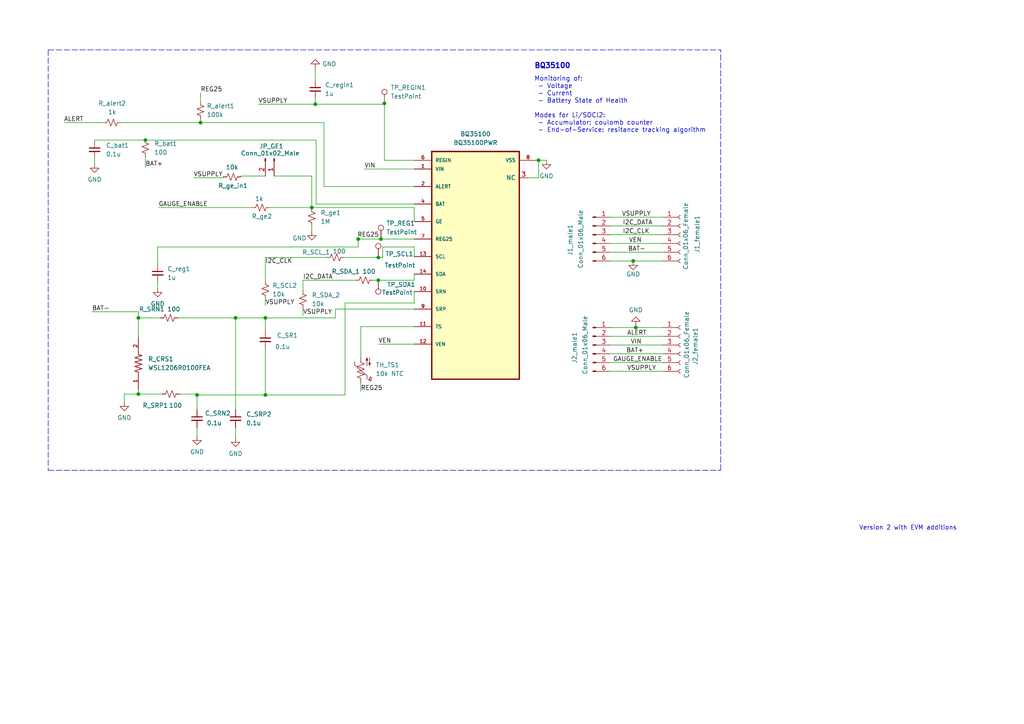
<source format=kicad_sch>
(kicad_sch (version 20211123) (generator eeschema)
  (paper "A4")
  (lib_symbols
    (symbol "BQ35100PWR:BQ35100PWR" (pin_names (offset 1.016))
      (property "Reference" "U1" (at 0 37.846 0))
      (property "Value" "BQ35100PWR" (at 0 35.306 0))
      (symbol "BQ35100PWR_0_0"
        (rectangle (start -12.7 -33.02) (end 12.7 33.02) (stroke (width 0.41)) (fill (type background)))
        (pin input line (at -17.78 27.94 0) (length 5.08) (name "VIN") (number "1"))
        (pin bidirectional line (at -17.78 -7.62 0) (length 5.08) (name "SRN") (number "10"))
        (pin bidirectional line (at -17.78 -17.78 0) (length 5.08) (name "TS") (number "11"))
        (pin bidirectional line (at -17.78 -22.86 0) (length 5.08) (name "VEN") (number "12"))
        (pin bidirectional line (at -17.78 2.54 0) (length 5.08) (name "SCL") (number "13"))
        (pin bidirectional line (at -17.78 -2.54 0) (length 5.08) (name "SDA") (number "14"))
        (pin bidirectional line (at -17.78 22.86 0) (length 5.08) (name "ALERT") (number "2"))
        (pin bidirectional line (at 15.24 25.4 180) (length 2.54) (name "NC") (number "3"))
        (pin bidirectional line (at -17.78 17.78 0) (length 5.08) (name "BAT") (number "4"))
        (pin bidirectional line (at -17.78 12.7 0) (length 5.08) (name "GE") (number "5"))
        (pin input line (at -17.78 30.48 0) (length 5.08) (name "REGIN") (number "6"))
        (pin bidirectional line (at -17.78 7.62 0) (length 5.08) (name "REG25") (number "7"))
        (pin output line (at 17.78 30.48 180) (length 5.08) (name "VSS") (number "8"))
        (pin bidirectional line (at -17.78 -12.7 0) (length 5.08) (name "SRP") (number "9"))
      )
    )
    (symbol "Connector:Conn_01x02_Male" (pin_names (offset 1.016) hide)
      (property "Reference" "J" (at 0 2.54 0))
      (property "Value" "Conn_01x02_Male" (at 0 -5.08 0))
      (symbol "Conn_01x02_Male_1_1"
        (polyline (pts (xy 1.27 -2.54) (xy 0.8636 -2.54)) (stroke (width 0.1524)))
        (polyline (pts (xy 1.27 0) (xy 0.8636 0)) (stroke (width 0.1524)))
        (rectangle (start 0.8636 -2.413) (end 0 -2.667) (stroke (width 0.1524)) (fill (type outline)))
        (rectangle (start 0.8636 0.127) (end 0 -0.127) (stroke (width 0.1524)) (fill (type outline)))
        (pin passive line (at 5.08 0 180) (length 3.81) (name "Pin_1") (number "1"))
        (pin passive line (at 5.08 -2.54 180) (length 3.81) (name "Pin_2") (number "2"))
      )
    )
    (symbol "Connector:Conn_01x06_Female" (pin_names (offset 1.016) hide)
      (property "Reference" "J" (at 0 7.62 0))
      (property "Value" "Conn_01x06_Female" (at 0 -10.16 0))
      (symbol "Conn_01x06_Female_1_1"
        (arc (start 0 -7.112) (mid -0.508 -7.62) (end 0 -8.128) (stroke (width 0.1524)))
        (arc (start 0 -4.572) (mid -0.508 -5.08) (end 0 -5.588) (stroke (width 0.1524)))
        (arc (start 0 -2.032) (mid -0.508 -2.54) (end 0 -3.048) (stroke (width 0.1524)))
        (polyline (pts (xy -1.27 -7.62) (xy -0.508 -7.62)) (stroke (width 0.1524)))
        (polyline (pts (xy -1.27 -5.08) (xy -0.508 -5.08)) (stroke (width 0.1524)))
        (polyline (pts (xy -1.27 -2.54) (xy -0.508 -2.54)) (stroke (width 0.1524)))
        (polyline (pts (xy -1.27 0) (xy -0.508 0)) (stroke (width 0.1524)))
        (polyline (pts (xy -1.27 2.54) (xy -0.508 2.54)) (stroke (width 0.1524)))
        (polyline (pts (xy -1.27 5.08) (xy -0.508 5.08)) (stroke (width 0.1524)))
        (arc (start 0 0.508) (mid -0.508 0) (end 0 -0.508) (stroke (width 0.1524)))
        (arc (start 0 3.048) (mid -0.508 2.54) (end 0 2.032) (stroke (width 0.1524)))
        (arc (start 0 5.588) (mid -0.508 5.08) (end 0 4.572) (stroke (width 0.1524)))
        (pin passive line (at -5.08 5.08 0) (length 3.81) (name "Pin_1") (number "1"))
        (pin passive line (at -5.08 2.54 0) (length 3.81) (name "Pin_2") (number "2"))
        (pin passive line (at -5.08 0 0) (length 3.81) (name "Pin_3") (number "3"))
        (pin passive line (at -5.08 -2.54 0) (length 3.81) (name "Pin_4") (number "4"))
        (pin passive line (at -5.08 -5.08 0) (length 3.81) (name "Pin_5") (number "5"))
        (pin passive line (at -5.08 -7.62 0) (length 3.81) (name "Pin_6") (number "6"))
      )
    )
    (symbol "Connector:Conn_01x06_Male" (pin_names (offset 1.016) hide)
      (property "Reference" "J" (at 0 7.62 0))
      (property "Value" "Conn_01x06_Male" (at 0 -10.16 0))
      (symbol "Conn_01x06_Male_1_1"
        (polyline (pts (xy 1.27 -7.62) (xy 0.8636 -7.62)) (stroke (width 0.1524)))
        (polyline (pts (xy 1.27 -5.08) (xy 0.8636 -5.08)) (stroke (width 0.1524)))
        (polyline (pts (xy 1.27 -2.54) (xy 0.8636 -2.54)) (stroke (width 0.1524)))
        (polyline (pts (xy 1.27 0) (xy 0.8636 0)) (stroke (width 0.1524)))
        (polyline (pts (xy 1.27 2.54) (xy 0.8636 2.54)) (stroke (width 0.1524)))
        (polyline (pts (xy 1.27 5.08) (xy 0.8636 5.08)) (stroke (width 0.1524)))
        (rectangle (start 0.8636 -7.493) (end 0 -7.747) (stroke (width 0.1524)) (fill (type outline)))
        (rectangle (start 0.8636 -4.953) (end 0 -5.207) (stroke (width 0.1524)) (fill (type outline)))
        (rectangle (start 0.8636 -2.413) (end 0 -2.667) (stroke (width 0.1524)) (fill (type outline)))
        (rectangle (start 0.8636 0.127) (end 0 -0.127) (stroke (width 0.1524)) (fill (type outline)))
        (rectangle (start 0.8636 2.667) (end 0 2.413) (stroke (width 0.1524)) (fill (type outline)))
        (rectangle (start 0.8636 5.207) (end 0 4.953) (stroke (width 0.1524)) (fill (type outline)))
        (pin passive line (at 5.08 5.08 180) (length 3.81) (name "Pin_1") (number "1"))
        (pin passive line (at 5.08 2.54 180) (length 3.81) (name "Pin_2") (number "2"))
        (pin passive line (at 5.08 0 180) (length 3.81) (name "Pin_3") (number "3"))
        (pin passive line (at 5.08 -2.54 180) (length 3.81) (name "Pin_4") (number "4"))
        (pin passive line (at 5.08 -5.08 180) (length 3.81) (name "Pin_5") (number "5"))
        (pin passive line (at 5.08 -7.62 180) (length 3.81) (name "Pin_6") (number "6"))
      )
    )
    (symbol "Connector:TestPoint" (pin_numbers hide) (pin_names (offset 0.762) hide)
      (property "Reference" "TP" (at 0 6.858 0))
      (property "Value" "TestPoint" (at 0 5.08 0))
      (symbol "TestPoint_0_1"
        (circle (center 0 3.302) (radius 0.762))
      )
      (symbol "TestPoint_1_1"
        (pin passive line (at 0 0 90) (length 2.54) (name "1") (number "1"))
      )
    )
    (symbol "Device:C_Small" (pin_numbers hide) (pin_names (offset 0.254) hide)
      (property "Reference" "C" (at 0.254 1.778 0))
      (property "Value" "C_Small" (at 0.254 -2.032 0))
      (symbol "C_Small_0_1"
        (polyline (pts (xy -1.524 -0.508) (xy 1.524 -0.508)) (stroke (width 0.3302)))
        (polyline (pts (xy -1.524 0.508) (xy 1.524 0.508)) (stroke (width 0.3048)))
      )
      (symbol "C_Small_1_1"
        (pin passive line (at 0 2.54 270) (length 2.032) (name "~") (number "1"))
        (pin passive line (at 0 -2.54 90) (length 2.032) (name "~") (number "2"))
      )
    )
    (symbol "Device:R_Small_US" (pin_numbers hide) (pin_names (offset 0.254) hide)
      (property "Reference" "R" (at 0.762 0.508 0))
      (property "Value" "R_Small_US" (at 0.762 -1.016 0))
      (symbol "R_Small_US_1_1"
        (polyline (pts (xy 0 0) (xy 1.016 -0.381) (xy 0 -0.762) (xy -1.016 -1.143) (xy 0 -1.524)))
        (polyline (pts (xy 0 1.524) (xy 1.016 1.143) (xy 0 0.762) (xy -1.016 0.381) (xy 0 0)))
        (pin passive line (at 0 2.54 270) (length 1.016) (name "~") (number "1"))
        (pin passive line (at 0 -2.54 90) (length 1.016) (name "~") (number "2"))
      )
    )
    (symbol "Device:Thermistor_NTC_US" (pin_numbers hide) (pin_names (offset 0))
      (property "Reference" "TH" (at -4.445 0 90))
      (property "Value" "Thermistor_NTC_US" (at 3.175 0 90))
      (symbol "Thermistor_NTC_US_0_1"
        (arc (start -3.048 2.159) (mid -3.0495 2.3143) (end -3.175 2.413))
        (arc (start -3.048 2.159) (mid -2.9736 1.9794) (end -2.794 1.905))
        (arc (start -3.048 2.794) (mid -2.9736 2.6144) (end -2.794 2.54))
        (arc (start -2.794 1.905) (mid -2.6144 1.9794) (end -2.54 2.159))
        (arc (start -2.794 2.54) (mid -2.4393 2.5587) (end -2.159 2.794))
        (arc (start -2.794 3.048) (mid -2.9736 2.9736) (end -3.048 2.794))
        (arc (start -2.54 2.794) (mid -2.6144 2.9736) (end -2.794 3.048))
        (polyline (pts (xy -2.54 2.159) (xy -2.54 2.794)))
        (polyline (pts (xy 0 -2.286) (xy 0 -2.54)))
        (polyline (pts (xy 0 2.286) (xy 0 2.54)))
        (polyline (pts (xy -1.778 2.54) (xy -1.778 1.524) (xy 1.778 -1.524) (xy 1.778 -2.54)))
        (polyline (pts (xy 0 -0.762) (xy 1.016 -1.143) (xy 0 -1.524) (xy -1.016 -1.905) (xy 0 -2.286)))
        (polyline (pts (xy 0 0.762) (xy 1.016 0.381) (xy 0 0) (xy -1.016 -0.381) (xy 0 -0.762)))
        (polyline (pts (xy 0 2.286) (xy 1.016 1.905) (xy 0 1.524) (xy -1.016 1.143) (xy 0 0.762)))
        (polyline (pts (xy -2.54 -3.683) (xy -2.54 -1.397) (xy -2.794 -2.159) (xy -2.286 -2.159) (xy -2.54 -1.397) (xy -2.54 -1.651)) (fill (type outline)))
        (polyline (pts (xy -1.778 -1.397) (xy -1.778 -3.683) (xy -2.032 -2.921) (xy -1.524 -2.921) (xy -1.778 -3.683) (xy -1.778 -3.429)) (fill (type outline)))
      )
      (symbol "Thermistor_NTC_US_1_1"
        (pin passive line (at 0 3.81 270) (length 1.27) (name "~") (number "1"))
        (pin passive line (at 0 -3.81 90) (length 1.27) (name "~") (number "2"))
      )
    )
    (symbol "WSL1206R0100FEA:WSL1206R0100FEA" (pin_names (offset 1.016))
      (property "Reference" "R" (at -3.81 1.4986 0))
      (property "Value" "WSL1206R0100FEA" (at -3.81 -3.302 0))
      (symbol "WSL1206R0100FEA_0_0"
        (polyline (pts (xy -2.54 0) (xy -2.159 1.016)) (stroke (width 0.2032)))
        (polyline (pts (xy -2.159 1.016) (xy -1.524 -1.016)) (stroke (width 0.2032)))
        (polyline (pts (xy -1.524 -1.016) (xy -0.889 1.016)) (stroke (width 0.2032)))
        (polyline (pts (xy -0.889 1.016) (xy -0.254 -1.016)) (stroke (width 0.2032)))
        (polyline (pts (xy -0.254 -1.016) (xy 0.381 1.016)) (stroke (width 0.2032)))
        (polyline (pts (xy 0.381 1.016) (xy 1.016 -1.016)) (stroke (width 0.2032)))
        (polyline (pts (xy 1.016 -1.016) (xy 1.651 1.016)) (stroke (width 0.2032)))
        (polyline (pts (xy 1.651 1.016) (xy 2.286 -1.016)) (stroke (width 0.2032)))
        (polyline (pts (xy 2.286 -1.016) (xy 2.54 0)) (stroke (width 0.2032)))
        (pin passive line (at -7.62 0 0) (length 5.08) (name "~") (number "1"))
        (pin passive line (at 7.62 0 180) (length 5.08) (name "~") (number "2"))
      )
    )
    (symbol "power:GND" (power) (pin_names (offset 0))
      (property "Value" "GND" (at 0 -3.81 0))
      (symbol "GND_0_1"
        (polyline (pts (xy 0 0) (xy 0 -1.27) (xy 1.27 -1.27) (xy 0 -2.54) (xy -1.27 -1.27) (xy 0 -1.27)))
      )
      (symbol "GND_1_1"
        (pin power_in line (at 0 0 270) (length 0) hide (name "GND") (number "1"))
      )
    )
  )
  (junction (at 42.164 40.64))
  (junction (at 184.404 94.996))
  (junction (at 109.728 74.676))
  (junction (at 58.166 35.56))
  (junction (at 156.21 46.482))
  (junction (at 103.886 69.342))
  (junction (at 91.44 30.226))
  (junction (at 183.642 75.692))
  (junction (at 109.728 81.28))
  (junction (at 90.424 60.198))
  (junction (at 111.506 29.972))
  (junction (at 57.15 114.554))
  (junction (at 40.132 92.202))
  (junction (at 40.132 114.3))
  (junction (at 76.962 114.554))
  (junction (at 76.962 92.202))
  (junction (at 68.326 92.202))
  (junction (at 110.49 69.342))
  (wire (pts (xy 109.728 74.676) (xy 99.822 74.676)))
  (wire (pts (xy 78.232 60.198) (xy 90.424 60.198)))
  (wire (pts (xy 40.132 90.424) (xy 40.132 92.202)))
  (wire (pts (xy 68.326 92.202) (xy 68.326 118.872)))
  (wire (pts (xy 177.038 65.532) (xy 192.278 65.532)))
  (wire (pts (xy 45.974 60.198) (xy 73.152 60.198)))
  (wire (pts (xy 76.962 92.202) (xy 76.962 96.012)))
  (wire (pts (xy 177.038 75.692) (xy 183.642 75.692)))
  (wire (pts (xy 76.962 51.054) (xy 69.85 51.054)))
  (wire (pts (xy 100.076 87.884) (xy 100.076 114.554)))
  (wire (pts (xy 40.132 92.202) (xy 46.482 92.202)))
  (wire (pts (xy 104.648 111.252) (xy 104.648 113.538)))
  (wire (pts (xy 155.702 46.482) (xy 156.21 46.482)))
  (wire (pts (xy 177.038 73.152) (xy 192.278 73.152)))
  (wire (pts (xy 94.742 74.676) (xy 76.962 74.676)))
  (wire (pts (xy 36.068 116.586) (xy 36.068 114.3)))
  (wire (pts (xy 45.72 81.788) (xy 45.72 83.566)))
  (wire (pts (xy 120.142 54.102) (xy 93.98 54.102)))
  (wire (pts (xy 64.77 51.562) (xy 64.77 51.308)))
  (wire (pts (xy 111.252 30.226) (xy 111.506 29.972)))
  (wire (pts (xy 120.142 79.502) (xy 120.142 81.28)))
  (polyline (pts (xy 13.97 14.478) (xy 13.97 136.398)))
  (wire (pts (xy 51.562 92.202) (xy 68.326 92.202)))
  (wire (pts (xy 87.884 81.28) (xy 103.124 81.28)))
  (wire (pts (xy 105.664 49.022) (xy 120.142 49.022)))
  (wire (pts (xy 93.98 54.102) (xy 93.98 35.56)))
  (wire (pts (xy 91.44 19.812) (xy 91.44 23.368)))
  (wire (pts (xy 76.962 114.554) (xy 100.076 114.554)))
  (wire (pts (xy 58.166 34.544) (xy 58.166 35.56)))
  (wire (pts (xy 97.282 92.202) (xy 97.282 89.662)))
  (wire (pts (xy 177.038 100.076) (xy 192.278 100.076)))
  (wire (pts (xy 183.642 75.692) (xy 192.278 75.692)))
  (wire (pts (xy 91.44 30.226) (xy 111.252 30.226)))
  (wire (pts (xy 110.49 69.342) (xy 120.142 69.342)))
  (wire (pts (xy 184.404 94.488) (xy 184.404 94.996)))
  (wire (pts (xy 156.21 51.562) (xy 156.21 46.482)))
  (wire (pts (xy 79.502 51.054) (xy 90.424 51.054)))
  (wire (pts (xy 104.648 94.742) (xy 120.142 94.742)))
  (wire (pts (xy 56.134 51.562) (xy 64.77 51.562)))
  (wire (pts (xy 76.962 74.676) (xy 76.962 81.534)))
  (wire (pts (xy 120.142 46.482) (xy 111.506 46.482)))
  (wire (pts (xy 177.038 105.156) (xy 192.278 105.156)))
  (wire (pts (xy 45.72 71.628) (xy 103.886 71.628)))
  (wire (pts (xy 40.132 114.3) (xy 46.99 114.3)))
  (wire (pts (xy 68.326 92.202) (xy 76.962 92.202)))
  (wire (pts (xy 153.162 51.562) (xy 156.21 51.562)))
  (polyline (pts (xy 13.97 14.478) (xy 209.042 14.478)))
  (wire (pts (xy 57.15 114.554) (xy 57.15 114.3)))
  (wire (pts (xy 103.886 69.088) (xy 103.632 69.088)))
  (wire (pts (xy 90.424 51.054) (xy 90.424 60.198)))
  (wire (pts (xy 76.962 101.092) (xy 76.962 114.554)))
  (wire (pts (xy 27.432 40.64) (xy 42.164 40.64)))
  (wire (pts (xy 110.998 74.676) (xy 110.998 71.628)))
  (wire (pts (xy 120.142 87.884) (xy 120.142 84.582)))
  (wire (pts (xy 87.884 81.28) (xy 87.884 84.328)))
  (wire (pts (xy 120.142 59.182) (xy 91.694 59.182)))
  (wire (pts (xy 91.44 28.448) (xy 91.44 30.226)))
  (wire (pts (xy 91.694 40.64) (xy 91.694 59.182)))
  (wire (pts (xy 35.052 35.56) (xy 58.166 35.56)))
  (wire (pts (xy 93.98 35.56) (xy 58.166 35.56)))
  (wire (pts (xy 177.038 102.616) (xy 192.278 102.616)))
  (wire (pts (xy 36.068 114.3) (xy 40.132 114.3)))
  (wire (pts (xy 57.15 114.554) (xy 76.962 114.554)))
  (wire (pts (xy 26.67 90.424) (xy 40.132 90.424)))
  (wire (pts (xy 110.998 74.676) (xy 109.728 74.676)))
  (wire (pts (xy 103.886 69.342) (xy 110.49 69.342)))
  (wire (pts (xy 103.886 69.342) (xy 103.886 71.628)))
  (polyline (pts (xy 209.042 136.398) (xy 209.042 14.478)))
  (wire (pts (xy 156.21 46.482) (xy 158.496 46.482)))
  (wire (pts (xy 45.72 71.628) (xy 45.72 76.708)))
  (wire (pts (xy 58.166 26.924) (xy 58.166 29.464)))
  (wire (pts (xy 57.15 123.952) (xy 57.15 126.492)))
  (wire (pts (xy 120.142 87.884) (xy 100.076 87.884)))
  (wire (pts (xy 177.038 97.536) (xy 192.278 97.536)))
  (wire (pts (xy 27.432 45.974) (xy 27.432 47.498)))
  (wire (pts (xy 57.15 114.554) (xy 57.15 118.872)))
  (wire (pts (xy 90.424 65.532) (xy 90.424 67.056)))
  (wire (pts (xy 177.038 70.612) (xy 192.278 70.612)))
  (wire (pts (xy 177.038 68.072) (xy 192.278 68.072)))
  (wire (pts (xy 108.204 81.28) (xy 109.728 81.28)))
  (wire (pts (xy 42.164 45.466) (xy 42.164 48.514)))
  (wire (pts (xy 42.164 40.64) (xy 42.164 40.386)))
  (wire (pts (xy 76.962 92.202) (xy 97.282 92.202)))
  (wire (pts (xy 97.282 89.662) (xy 120.142 89.662)))
  (polyline (pts (xy 13.97 136.398) (xy 209.042 136.398)))
  (wire (pts (xy 184.404 94.996) (xy 192.278 94.996)))
  (wire (pts (xy 110.998 71.628) (xy 120.142 71.628)))
  (wire (pts (xy 90.424 60.198) (xy 90.424 60.452)))
  (wire (pts (xy 87.884 89.408) (xy 87.884 91.44)))
  (wire (pts (xy 111.506 46.482) (xy 111.506 29.972)))
  (wire (pts (xy 74.93 30.226) (xy 91.44 30.226)))
  (wire (pts (xy 40.132 113.03) (xy 40.132 114.3)))
  (wire (pts (xy 120.142 60.198) (xy 90.424 60.198)))
  (wire (pts (xy 177.038 94.996) (xy 184.404 94.996)))
  (wire (pts (xy 177.038 107.696) (xy 192.278 107.696)))
  (wire (pts (xy 40.132 92.202) (xy 40.132 97.79)))
  (wire (pts (xy 69.85 51.054) (xy 69.85 51.308)))
  (wire (pts (xy 18.542 35.56) (xy 29.972 35.56)))
  (wire (pts (xy 109.728 99.822) (xy 120.142 99.822)))
  (wire (pts (xy 104.648 103.632) (xy 104.648 94.742)))
  (wire (pts (xy 103.886 69.342) (xy 103.886 69.088)))
  (wire (pts (xy 177.038 62.992) (xy 192.278 62.992)))
  (wire (pts (xy 91.694 40.64) (xy 42.164 40.64)))
  (wire (pts (xy 109.728 81.28) (xy 120.142 81.28)))
  (wire (pts (xy 27.432 40.64) (xy 27.432 40.894)))
  (wire (pts (xy 120.142 71.628) (xy 120.142 74.422)))
  (wire (pts (xy 120.142 60.198) (xy 120.142 64.262)))
  (wire (pts (xy 57.15 114.3) (xy 52.07 114.3)))
  (wire (pts (xy 76.962 86.614) (xy 76.962 88.646)))
  (wire (pts (xy 68.326 123.952) (xy 68.326 127)))
  (text "BQ35100 " (at 154.94 20.066 0) (effects (font (size 1.5 1.5) (thickness 0.3) bold) (justify left bottom)))
  (text "Version 2 with EVM additions\n" (at 249.174 153.924 0) (effects (font (size 1.27 1.27)) (justify left bottom)))
  (text "Monitoring of:\n - Voltage\n - Current\n - Battery State of Health\n\nModes for Li/SOCl2:\n - Accumulator: coulomb counter \n - End-of-Service: resitance tracking algorithm" (at 154.94 38.608 0) (effects (font (size 1.32 1.32)) (justify left bottom)))
  (label "VEN" (at 109.728 99.822 0))
  (label "VSUPPLY" (at 181.864 107.696 0))
  (label "VSUPPLY" (at 74.93 30.226 0))
  (label "I2C_DATA" (at 87.884 81.28 0))
  (label "REG25" (at 58.166 26.924 0))
  (label "VSUPPLY" (at 180.34 62.992 0))
  (label "VIN" (at 105.664 49.022 0))
  (label "I2C_CLK" (at 76.962 76.708 0))
  (label "I2C_CLK" (at 180.594 68.072 0))
  (label "ALERT" (at 181.864 97.536 0))
  (label "BAT-" (at 182.118 73.152 0))
  (label "BAT+" (at 181.61 102.616 0))
  (label "VEN" (at 182.372 70.612 0))
  (label "BAT-" (at 26.67 90.424 0))
  (label "VSUPPLY" (at 56.134 51.562 0))
  (label "I2C_DATA" (at 180.594 65.532 0))
  (label "VIN" (at 182.88 100.076 0))
  (label "ALERT" (at 18.542 35.56 0))
  (label "GAUGE_ENABLE" (at 45.974 60.198 0))
  (label "REG25" (at 104.648 113.538 0))
  (label "VSUPPLY" (at 76.962 88.646 0))
  (label "VSUPPLY" (at 87.884 91.44 0))
  (label "BAT+" (at 42.164 48.514 0))
  (label "GAUGE_ENABLE" (at 177.8 105.156 0))
  (label "REG25" (at 103.632 69.088 0))
  (symbol (lib_id "Device:R_Small_US") (at 75.692 60.198 90) (unit 1)
    (property "Reference" "R_ge2" (at 75.946 62.738 90))
    (property "Value" "1k" (at 75.184 57.658 90))
    (property "Footprint" "Resistor_SMD:R_1206_3216Metric" (effects hide))
  )
  (symbol (lib_id "Device:R_Small_US") (at 42.164 42.926 0) (unit 1)
    (property "Reference" "R_bat1" (at 44.704 41.6559 0) (effects (justify left)))
    (property "Value" "100" (at 44.704 44.1959 0) (effects (justify left)))
    (property "Footprint" "Resistor_SMD:R_0805_2012Metric" (effects hide))
  )
  (symbol (lib_id "Device:R_Small_US") (at 97.282 74.676 90) (unit 1)
    (property "Reference" "R_SCL_1" (at 95.758 73.152 90) (effects (justify left)))
    (property "Value" "100" (at 100.33 72.898 90) (effects (justify left)))
    (property "Footprint" "Resistor_SMD:R_0805_2012Metric" (effects hide))
  )
  (symbol (lib_id "WSL1206R0100FEA:WSL1206R0100FEA") (at 40.132 105.41 90) (unit 1)
    (property "Reference" "R_CRS1" (at 42.926 104.1399 90) (effects (justify right)))
    (property "Value" "WSL1206R0100FEA" (at 42.926 106.6799 90) (effects (justify right)))
    (property "Footprint" "WSL1206R0100FEA footprint:RESC3216X90" (effects hide))
    (property "MF" "Vishay Dale" (effects hide))
    (property "Description" "\n                        \n                            Resistor;Metal Film;Res 0.01 Ohms;Pwr-Rtg 0.25 W;Tol 1%;SMT;1206 | Vishay Dale WSL1206R0100FEA\n                        \n" (effects hide))
    (property "Package" "1206 Vishay" (effects hide))
    (property "Price" "None" (effects hide))
    (property "SnapEDA_Link" "https://www.snapeda.com/parts/WSL1206R0100FEA/Vishay+Dale/view-part/?ref=snap" (effects hide))
    (property "MP" "WSL1206R0100FEA" (effects hide))
    (property "Availability" "In Stock" (effects hide))
    (property "Check_prices" "https://www.snapeda.com/parts/WSL1206R0100FEA/Vishay+Dale/view-part/?ref=eda" (effects hide))
  )
  (symbol (lib_id "Connector:TestPoint") (at 109.728 81.28 180) (unit 1)
    (property "Reference" "TP_SDA1" (at 112.268 82.55 0) (effects (justify right)))
    (property "Value" "TestPoint" (at 110.744 84.836 0) (effects (justify right)))
    (property "Footprint" "TestPoint:TestPoint_Pad_D2.0mm" (effects hide))
  )
  (symbol (lib_id "power:GND") (at 90.424 67.056 0) (unit 1)
    (property "Reference" "#PWR0101" (effects hide))
    (property "Value" "GND" (at 86.868 69.088 0))
  )
  (symbol (lib_id "Device:C_Small") (at 27.432 43.434 0) (unit 1)
    (property "Reference" "C_bat1" (at 30.734 42.1702 0) (effects (justify left)))
    (property "Value" "0.1u" (at 30.734 44.7102 0) (effects (justify left)))
    (property "Footprint" "Capacitor_SMD:C_0402_1005Metric" (effects hide))
  )
  (symbol (lib_id "Device:R_Small_US") (at 90.424 62.992 0) (unit 1)
    (property "Reference" "R_ge1" (at 92.964 61.7219 0) (effects (justify left)))
    (property "Value" "1M" (at 92.964 64.2619 0) (effects (justify left)))
    (property "Footprint" "Resistor_SMD:R_1206_3216Metric" (effects hide))
  )
  (symbol (lib_id "Connector:TestPoint") (at 109.728 74.676 0) (unit 1)
    (property "Reference" "TP_SCL1" (at 111.76 73.66 0) (effects (justify left)))
    (property "Value" "TestPoint" (at 111.506 76.962 0) (effects (justify left)))
    (property "Footprint" "TestPoint:TestPoint_Pad_D2.0mm" (effects hide))
  )
  (symbol (lib_id "Device:R_Small_US") (at 49.53 114.3 90) (unit 1)
    (property "Reference" "R_SRP1" (at 48.768 117.602 90) (effects (justify left)))
    (property "Value" "100" (at 52.832 117.602 90) (effects (justify left)))
    (property "Footprint" "Resistor_SMD:R_0805_2012Metric" (effects hide))
  )
  (symbol (lib_id "Device:R_Small_US") (at 76.962 84.074 0) (unit 1)
    (property "Reference" "R_SCL2" (at 78.994 82.8039 0) (effects (justify left)))
    (property "Value" "10k" (at 78.994 85.3439 0) (effects (justify left)))
    (property "Footprint" "Resistor_SMD:R_0805_2012Metric" (effects hide))
  )
  (symbol (lib_id "Connector:Conn_01x02_Male") (at 79.502 45.974 270) (unit 1)
    (property "Reference" "JP_GE1" (at 75.184 42.418 90) (effects (justify left)))
    (property "Value" "Conn_01x02_Male" (at 69.85 44.45 90) (effects (justify left)))
    (property "Footprint" "Connector_PinHeader_2.54mm:PinHeader_1x02_P2.54mm_Vertical" (effects hide))
  )
  (symbol (lib_id "Device:R_Small_US") (at 87.884 86.868 0) (unit 1)
    (property "Reference" "R_SDA_2" (at 90.424 85.5979 0) (effects (justify left)))
    (property "Value" "10k" (at 90.424 88.1379 0) (effects (justify left)))
    (property "Footprint" "Resistor_SMD:R_0805_2012Metric" (effects hide))
  )
  (symbol (lib_id "power:GND") (at 68.326 127 0) (unit 1)
    (property "Reference" "#PWR0106" (effects hide))
    (property "Value" "GND" (at 68.326 131.572 0))
  )
  (symbol (lib_id "power:GND") (at 27.432 47.498 0) (unit 1)
    (property "Reference" "#PWR0103" (effects hide))
    (property "Value" "GND" (at 27.432 52.07 0))
  )
  (symbol (lib_id "BQ35100PWR:BQ35100PWR") (at 137.922 76.962 0) (unit 1)
    (property "Reference" "BQ35100" (at 137.922 38.862 0))
    (property "Value" "BQ35100PWR" (at 137.922 41.402 0))
    (property "Footprint" "BQ35100PWR_footprint:SOP65P640X120-14N" (effects hide))
    (property "DigiKey_Part_Number" "296-47251-1-ND" (effects hide))
    (property "SnapEDA_Link" "https://www.snapeda.com/parts/BQ35100PWR/Texas+Instruments/view-part/?ref=snap" (effects hide))
    (property "Description" "\n                        \n                            Battery fuel gauge for non-rechargeable batteries (lithium primary) and end-of-service monitor\n                        \n" (effects hide))
    (property "MF" "Texas Instruments" (effects hide))
    (property "Package" "TSSOP-14 Texas Instruments" (effects hide))
    (property "Check_prices" "https://www.snapeda.com/parts/BQ35100PWR/Texas+Instruments/view-part/?ref=eda" (effects hide))
    (property "MP" "BQ35100PWR" (effects hide))
  )
  (symbol (lib_id "power:GND") (at 184.404 94.488 180) (unit 1)
    (property "Reference" "#PWR0104" (effects hide))
    (property "Value" "GND" (at 184.404 89.916 0))
  )
  (symbol (lib_id "power:GND") (at 45.72 83.566 0) (unit 1)
    (property "Reference" "#PWR0108" (effects hide))
    (property "Value" "GND" (at 45.72 88.138 0))
  )
  (symbol (lib_id "power:GND") (at 183.642 75.692 0) (unit 1)
    (property "Reference" "#PWR0110" (effects hide))
    (property "Value" "GND" (at 183.642 79.502 0))
  )
  (symbol (lib_id "Device:Thermistor_NTC_US") (at 104.648 107.442 180) (unit 1)
    (property "Reference" "TH_TS1" (at 108.966 105.8544 0) (effects (justify right)))
    (property "Value" "10k NTC" (at 108.966 108.3944 0) (effects (justify right)))
    (property "Footprint" "Capacitor_THT:C_Disc_D5.0mm_W2.5mm_P2.50mm" (effects hide))
  )
  (symbol (lib_id "power:GND") (at 57.15 126.492 0) (unit 1)
    (property "Reference" "#PWR0105" (effects hide))
    (property "Value" "GND" (at 57.15 131.064 0))
  )
  (symbol (lib_id "Connector:Conn_01x06_Male") (at 171.958 68.072 0) (unit 1)
    (property "Reference" "J1_male1" (at 165.354 69.596 90))
    (property "Value" "Conn_01x06_Male" (at 168.402 69.342 90))
    (property "Footprint" "Connector_PinHeader_2.54mm:PinHeader_1x06_P2.54mm_Vertical" (effects hide))
  )
  (symbol (lib_id "Device:C_Small") (at 57.15 121.412 0) (unit 1)
    (property "Reference" "C_SRN2" (at 59.436 119.888 0) (effects (justify left)))
    (property "Value" "0.1u" (at 59.944 122.6882 0) (effects (justify left)))
    (property "Footprint" "Capacitor_SMD:C_0402_1005Metric" (effects hide))
  )
  (symbol (lib_id "Device:C_Small") (at 76.962 98.552 0) (unit 1)
    (property "Reference" "C_SR1" (at 80.264 97.2882 0) (effects (justify left)))
    (property "Value" "0.1u" (at 79.756 100.584 0) (effects (justify left)))
    (property "Footprint" "Capacitor_SMD:C_0402_1005Metric" (effects hide))
  )
  (symbol (lib_id "Device:C_Small") (at 45.72 79.248 0) (unit 1)
    (property "Reference" "C_reg1" (at 48.514 77.9842 0) (effects (justify left)))
    (property "Value" "1u" (at 48.514 80.5242 0) (effects (justify left)))
    (property "Footprint" "Capacitor_SMD:C_0603_1608Metric" (effects hide))
  )
  (symbol (lib_id "Connector:TestPoint") (at 111.506 29.972 0) (unit 1)
    (property "Reference" "TP_REGIN1" (at 113.284 25.3999 0) (effects (justify left)))
    (property "Value" "TestPoint" (at 113.284 27.9399 0) (effects (justify left)))
    (property "Footprint" "TestPoint:TestPoint_Pad_D2.0mm" (effects hide))
  )
  (symbol (lib_id "Connector:Conn_01x06_Male") (at 171.958 100.076 0) (unit 1)
    (property "Reference" "J2_male1" (at 166.624 100.838 90))
    (property "Value" "Conn_01x06_Male" (at 169.672 100.076 90))
    (property "Footprint" "Connector_PinHeader_2.54mm:PinHeader_1x06_P2.54mm_Vertical" (effects hide))
  )
  (symbol (lib_id "Device:R_Small_US") (at 105.664 81.28 90) (unit 1)
    (property "Reference" "R_SDA_1" (at 104.3939 78.74 90) (effects (justify left)))
    (property "Value" "100" (at 108.966 78.74 90) (effects (justify left)))
    (property "Footprint" "Resistor_SMD:R_0805_2012Metric" (effects hide))
  )
  (symbol (lib_id "Device:R_Small_US") (at 58.166 32.004 0) (unit 1)
    (property "Reference" "R_alert1" (at 59.944 30.7339 0) (effects (justify left)))
    (property "Value" "100k" (at 59.944 33.2739 0) (effects (justify left)))
    (property "Footprint" "Resistor_SMD:R_1206_3216Metric" (effects hide))
  )
  (symbol (lib_id "Device:R_Small_US") (at 49.022 92.202 90) (unit 1)
    (property "Reference" "R_SRN1" (at 47.7519 89.662 90) (effects (justify left)))
    (property "Value" "100" (at 52.324 89.662 90) (effects (justify left)))
    (property "Footprint" "Resistor_SMD:R_0805_2012Metric" (effects hide))
  )
  (symbol (lib_id "Device:C_Small") (at 91.44 25.908 0) (unit 1)
    (property "Reference" "C_regin1" (at 94.234 24.6442 0) (effects (justify left)))
    (property "Value" "1u" (at 94.234 27.1842 0) (effects (justify left)))
    (property "Footprint" "Capacitor_SMD:C_0603_1608Metric" (effects hide))
  )
  (symbol (lib_id "Connector:Conn_01x06_Female") (at 197.358 100.076 0) (unit 1)
    (property "Reference" "J2_female1" (at 201.676 105.918 90) (effects (justify left)))
    (property "Value" "Conn_01x06_Female" (at 199.136 109.728 90) (effects (justify left)))
    (property "Footprint" "Connector_PinSocket_2.54mm:PinSocket_1x06_P2.54mm_Vertical" (effects hide))
  )
  (symbol (lib_id "Connector:TestPoint") (at 110.49 69.342 0) (unit 1)
    (property "Reference" "TP_REG1" (at 112.014 64.7699 0) (effects (justify left)))
    (property "Value" "TestPoint" (at 112.014 67.3099 0) (effects (justify left)))
    (property "Footprint" "TestPoint:TestPoint_Pad_D2.0mm" (effects hide))
  )
  (symbol (lib_id "power:GND") (at 158.496 46.482 0) (unit 1)
    (property "Reference" "#PWR0109" (effects hide))
    (property "Value" "GND" (at 158.496 51.054 0))
  )
  (symbol (lib_id "Device:R_Small_US") (at 32.512 35.56 90) (unit 1)
    (property "Reference" "R_alert2" (at 32.512 29.972 90))
    (property "Value" "1k" (at 32.512 32.512 90))
    (property "Footprint" "Resistor_SMD:R_1206_3216Metric" (effects hide))
  )
  (symbol (lib_id "Device:R_Small_US") (at 67.31 51.308 90) (unit 1)
    (property "Reference" "R_ge_in1" (at 67.564 53.848 90))
    (property "Value" "10k" (at 67.31 48.514 90))
    (property "Footprint" "Resistor_SMD:R_0805_2012Metric" (effects hide))
  )
  (symbol (lib_id "Connector:Conn_01x06_Female") (at 197.358 68.072 0) (unit 1)
    (property "Reference" "J1_female1" (at 202.184 73.406 90) (effects (justify left)))
    (property "Value" "Conn_01x06_Female" (at 198.882 78.232 90) (effects (justify left)))
    (property "Footprint" "Connector_PinSocket_2.54mm:PinSocket_1x06_P2.54mm_Vertical" (effects hide))
  )
  (symbol (lib_id "power:GND") (at 91.44 19.812 180) (unit 1)
    (property "Reference" "#PWR0102" (effects hide))
    (property "Value" "GND" (at 93.472 18.5419 0) (effects (justify right)))
  )
  (symbol (lib_id "power:GND") (at 36.068 116.586 0) (unit 1)
    (property "Reference" "#PWR0107" (effects hide))
    (property "Value" "GND" (at 36.068 121.158 0))
  )
  (symbol (lib_id "Device:C_Small") (at 68.326 121.412 0) (unit 1)
    (property "Reference" "C_SRP2" (at 71.374 120.1482 0) (effects (justify left)))
    (property "Value" "0.1u" (at 71.374 122.6882 0) (effects (justify left)))
    (property "Footprint" "Capacitor_SMD:C_0402_1005Metric" (effects hide))
  )
)
</source>
